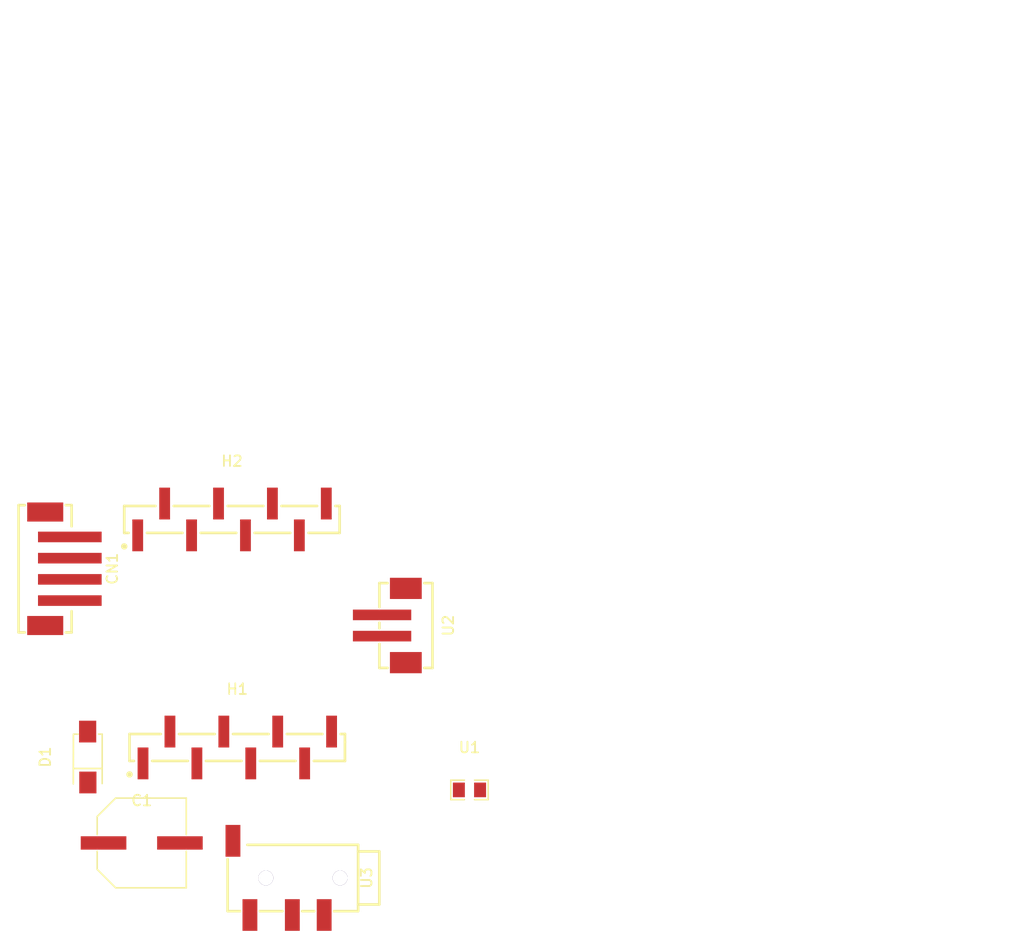
<source format=kicad_pcb>
(kicad_pcb (version 20241229) (generator "pcbnew") (generator_version "9.0")
  (layers (0 "F.Cu" signal) (2 "B.Cu" signal) (13 "F.Paste" user) (15 "B.Paste" user) (5 "F.SilkS" user "F.Silkscreen") (7 "B.SilkS" user "B.Silkscreen") (1 "F.Mask" user) (3 "B.Mask" user) (25 "Edge.Cuts" user))
  (net 0 "")
  (net 1 "footprint-_4-0")
  (net 2 "df_header_right-_5")
  (net 3 "footprint-_6")
  (net 4 "df_header_right-_4")
  (net 5 "df_header_right-_2")
  (net 6 "footprint-_3")
  (net 7 "footprint-_5")
  (net 8 "df_header_right-_3")
  (net 9 "df_header_right-_1")
  (net 10 "footprint-net-1")
  (net 11 "rx_to_dfplayer")
  (net 12 "df_header_left-_2-1")
  (net 13 "footprint-net-0")
  (net 14 "rx_from_connector")
  (net 15 "gnd")
  (net 16 "df_header_left-_1-1")
  (net 17 "v_in_5v")
  (net 18 "footprint-_4-1")
  (net 19 "df_header_left-_2-0")
  (net 20 "v_dfplayer")
  (net 21 "df_header_left-_3")
  (net 22 "_7")
  (net 23 "df_header_left-_1-0")
  (net 24 "df_header_right-_6")
  (net 25 "footprint-net-2")
  (footprint "hanxia_HX_PM2_54_1x8P_TP_H8_5_ZQ:HDR-SMD_8P-P2.54-V-F-LS4.7" (layer "F.Cu") (at 152.61 81 0)
    (property "Reference" "H2" (at 0 -5.5 0) (layer "F.SilkS") (hide no))
    (property "Value" "")
    (fp_line (start -10.16 -1.27) (end -7.22 -1.27) (stroke (width 0.25)) (layer "F.SilkS"))
    (fp_line (start -10.16 1.27) (end -10.16 -1.27) (stroke (width 0.25)) (layer "F.SilkS"))
    (fp_line (start -9.75 1.27) (end -10.16 1.27) (stroke (width 0.25)) (layer "F.SilkS"))
    (fp_line (start -5.49 -1.27) (end -2.13 -1.27) (stroke (width 0.25)) (layer "F.SilkS"))
    (fp_line (start -4.67 1.27) (end -8.02 1.27) (stroke (width 0.25)) (layer "F.SilkS"))
    (fp_line (start -0.4 -1.27) (end 2.95 -1.27) (stroke (width 0.25)) (layer "F.SilkS"))
    (fp_line (start 0.4 1.27) (end -2.95 1.27) (stroke (width 0.25)) (layer "F.SilkS"))
    (fp_line (start 4.67 -1.27) (end 8.02 -1.27) (stroke (width 0.25)) (layer "F.SilkS"))
    (fp_line (start 5.49 1.27) (end 2.13 1.27) (stroke (width 0.25)) (layer "F.SilkS"))
    (fp_line (start 7.22 1.27) (end 10.15 1.27) (stroke (width 0.25)) (layer "F.SilkS"))
    (fp_line (start 10.15 -1.27) (end 9.75 -1.27) (stroke (width 0.25)) (layer "F.SilkS"))
    (fp_line (start 10.15 -1.27) (end 10.15 -0.51) (stroke (width 0.25)) (layer "F.SilkS"))
    (fp_line (start 10.15 -0.51) (end 10.15 1.27) (stroke (width 0.25)) (layer "F.SilkS"))
    (fp_circle (center -10.16 2.54) (end -10.01 2.54) (stroke (width 0.3)) (fill no) (layer "F.SilkS"))
    (fp_text user "${REFERENCE}" (at 0 -5.5 0) (layer "F.SilkS"))
    (pad "1" smd rect (at -8.89 1.5 180) (size 1.02 3) (layers "F.Cu" "F.Mask" "F.Paste") (net 9 "df_header_right-_1"))
    (pad "2" smd rect (at -6.35 -1.5 180) (size 1.02 3) (layers "F.Cu" "F.Mask" "F.Paste") (net 5 "df_header_right-_2"))
    (pad "3" smd rect (at -3.81 1.5 180) (size 1.02 3) (layers "F.Cu" "F.Mask" "F.Paste") (net 8 "df_header_right-_3"))
    (pad "4" smd rect (at -1.27 -1.5 180) (size 1.02 3) (layers "F.Cu" "F.Mask" "F.Paste") (net 4 "df_header_right-_4"))
    (pad "5" smd rect (at 1.27 1.5 180) (size 1.02 3) (layers "F.Cu" "F.Mask" "F.Paste") (net 2 "df_header_right-_5"))
    (pad "6" smd rect (at 3.81 -1.5 180) (size 1.02 3) (layers "F.Cu" "F.Mask" "F.Paste") (net 24 "df_header_right-_6"))
    (pad "7" smd rect (at 6.35 1.5 180) (size 1.02 3) (layers "F.Cu" "F.Mask" "F.Paste") (net 22 "_7"))
    (pad "8" smd rect (at 8.89 -1.5 180) (size 1.02 3) (layers "F.Cu" "F.Mask" "F.Paste") (net 15 "gnd"))
  )
  (footprint "JST_Sales_America_B4B_PH_SM4_TB_LF__SN:CONN-SMD_B4B-PH-SM4-TB-LF-SN" (layer "F.Cu") (at 136.16 85.65 -90)
    (property "Reference" "CN1" (at 0 -5.16 90) (layer "F.SilkS") (hide no))
    (property "Value" "")
    (fp_line (start -6 3.67) (end -6 3.09) (stroke (width 0.25)) (layer "F.SilkS"))
    (fp_line (start 6 3.67) (end -6 3.67) (stroke (width 0.25)) (layer "F.SilkS"))
    (fp_line (start 6 3.09) (end 6 3.67) (stroke (width 0.25)) (layer "F.SilkS"))
    (fp_line (start -6 -1.33) (end -6 -0.77) (stroke (width 0.25)) (layer "F.SilkS"))
    (fp_line (start -6 -1.33) (end -4 -1.33) (stroke (width 0.25)) (layer "F.SilkS"))
    (fp_line (start 4 -1.33) (end 6 -1.33) (stroke (width 0.25)) (layer "F.SilkS"))
    (fp_line (start 6 -1.33) (end 6 -0.77) (stroke (width 0.25)) (layer "F.SilkS"))
    (fp_text user "${REFERENCE}" (at 0 -5.16 90) (layer "F.SilkS"))
    (pad "1" smd rect (at 3 -1.16 90) (size 1 6) (layers "F.Cu" "F.Mask" "F.Paste") (net 17 "v_in_5v"))
    (pad "2" smd rect (at 1 -1.16 90) (size 1 6) (layers "F.Cu" "F.Mask" "F.Paste") (net 15 "gnd"))
    (pad "3" smd rect (at -1 -1.16 90) (size 1 6) (layers "F.Cu" "F.Mask" "F.Paste") (net 14 "rx_from_connector"))
    (pad "4" smd rect (at -3 -1.16 90) (size 1 6) (layers "F.Cu" "F.Mask" "F.Paste") (net 21 "df_header_left-_3"))
    (pad "5" smd rect (at -5.35 1.16 270) (size 1.8 3.4) (layers "F.Cu" "F.Mask" "F.Paste") (net 7 "footprint-_5"))
    (pad "6" smd rect (at 5.35 1.16 270) (size 1.8 3.4) (layers "F.Cu" "F.Mask" "F.Paste") (net 3 "footprint-_6"))
  )
  (footprint "hongjiacheng_M1:SMA_L4.3-W2.6-LS5.0-RD" (layer "F.Cu") (at 139.01 103.4 90)
    (property "Reference" "D1" (at 0 -4.01 90) (layer "F.SilkS") (hide no))
    (property "Value" "")
    (fp_line (start -1.08 -1.36) (end -1.08 1.36) (stroke (width 0.15)) (layer "F.SilkS"))
    (fp_line (start -2.53 -1.36) (end 2.16 -1.35) (stroke (width 0.15)) (layer "F.SilkS"))
    (fp_line (start 2.16 -1.27) (end 2.16 -0.92) (stroke (width 0.15)) (layer "F.SilkS"))
    (fp_line (start 2.16 1.36) (end 2.16 1.01) (stroke (width 0.15)) (layer "F.SilkS"))
    (fp_line (start -2.5 1.36) (end 2.16 1.36) (stroke (width 0.15)) (layer "F.SilkS"))
    (fp_text user "${REFERENCE}" (at 0 -4.01 90) (layer "F.SilkS"))
    (pad "1" smd rect (at -2.4 0.01 90) (size 2.05 1.62) (layers "F.Cu" "F.Mask" "F.Paste") (net 20 "v_dfplayer"))
    (pad "2" smd rect (at 2.4 -0.01 270) (size 2.05 1.62) (layers "F.Cu" "F.Mask" "F.Paste") (net 17 "v_in_5v"))
  )
  (footprint "UNI_ROYAL_0805W8F1001T5E:R0805" (layer "F.Cu") (at 175 106.5 0)
    (property "Reference" "U1" (at 0 -4 0) (layer "F.SilkS") (hide no))
    (property "Value" "1kΩ ±1% 125mW")
    (fp_line (start -1.76 -0.92) (end -0.48 -0.92) (stroke (width 0.15)) (layer "F.SilkS"))
    (fp_line (start -1.76 0.92) (end -1.76 -0.92) (stroke (width 0.15)) (layer "F.SilkS"))
    (fp_line (start -0.48 0.92) (end -1.76 0.92) (stroke (width 0.15)) (layer "F.SilkS"))
    (fp_line (start 0.48 0.92) (end 1.76 0.92) (stroke (width 0.15)) (layer "F.SilkS"))
    (fp_line (start 1.76 -0.92) (end 0.48 -0.92) (stroke (width 0.15)) (layer "F.SilkS"))
    (fp_line (start 1.76 0.92) (end 1.76 -0.92) (stroke (width 0.15)) (layer "F.SilkS"))
    (fp_text user "${REFERENCE}" (at 0 -4 0) (layer "F.SilkS"))
    (pad "1" smd rect (at -1 0 0) (size 1.13 1.38) (layers "F.Cu" "F.Mask" "F.Paste") (net 13 "footprint-net-0"))
    (pad "2" smd rect (at 1 0 0) (size 1.13 1.38) (layers "F.Cu" "F.Mask" "F.Paste") (net 10 "footprint-net-1"))
  )
  (footprint "hanxia_HX_PM2_54_1x8P_TP_H8_5_ZQ:HDR-SMD_8P-P2.54-V-F-LS4.7" (layer "F.Cu") (at 153.11 102.5 0)
    (property "Reference" "H1" (at 0 -5.5 0) (layer "F.SilkS") (hide no))
    (property "Value" "")
    (fp_line (start -10.16 -1.27) (end -7.22 -1.27) (stroke (width 0.25)) (layer "F.SilkS"))
    (fp_line (start -10.16 1.27) (end -10.16 -1.27) (stroke (width 0.25)) (layer "F.SilkS"))
    (fp_line (start -9.75 1.27) (end -10.16 1.27) (stroke (width 0.25)) (layer "F.SilkS"))
    (fp_line (start -5.49 -1.27) (end -2.13 -1.27) (stroke (width 0.25)) (layer "F.SilkS"))
    (fp_line (start -4.67 1.27) (end -8.02 1.27) (stroke (width 0.25)) (layer "F.SilkS"))
    (fp_line (start -0.4 -1.27) (end 2.95 -1.27) (stroke (width 0.25)) (layer "F.SilkS"))
    (fp_line (start 0.4 1.27) (end -2.95 1.27) (stroke (width 0.25)) (layer "F.SilkS"))
    (fp_line (start 4.67 -1.27) (end 8.02 -1.27) (stroke (width 0.25)) (layer "F.SilkS"))
    (fp_line (start 5.49 1.27) (end 2.13 1.27) (stroke (width 0.25)) (layer "F.SilkS"))
    (fp_line (start 7.22 1.27) (end 10.15 1.27) (stroke (width 0.25)) (layer "F.SilkS"))
    (fp_line (start 10.15 -1.27) (end 9.75 -1.27) (stroke (width 0.25)) (layer "F.SilkS"))
    (fp_line (start 10.15 -1.27) (end 10.15 -0.51) (stroke (width 0.25)) (layer "F.SilkS"))
    (fp_line (start 10.15 -0.51) (end 10.15 1.27) (stroke (width 0.25)) (layer "F.SilkS"))
    (fp_circle (center -10.16 2.54) (end -10.01 2.54) (stroke (width 0.3)) (fill no) (layer "F.SilkS"))
    (fp_text user "${REFERENCE}" (at 0 -5.5 0) (layer "F.SilkS"))
    (pad "1" smd rect (at -8.89 1.5 180) (size 1.02 3) (layers "F.Cu" "F.Mask" "F.Paste") (net 20 "v_dfplayer"))
    (pad "2" smd rect (at -6.35 -1.5 180) (size 1.02 3) (layers "F.Cu" "F.Mask" "F.Paste") (net 11 "rx_to_dfplayer"))
    (pad "3" smd rect (at -3.81 1.5 180) (size 1.02 3) (layers "F.Cu" "F.Mask" "F.Paste") (net 21 "df_header_left-_3"))
    (pad "4" smd rect (at -1.27 -1.5 180) (size 1.02 3) (layers "F.Cu" "F.Mask" "F.Paste") (net 23 "df_header_left-_1-0"))
    (pad "5" smd rect (at 1.27 1.5 180) (size 1.02 3) (layers "F.Cu" "F.Mask" "F.Paste") (net 19 "df_header_left-_2-0"))
    (pad "6" smd rect (at 3.81 -1.5 180) (size 1.02 3) (layers "F.Cu" "F.Mask" "F.Paste") (net 16 "df_header_left-_1-1"))
    (pad "7" smd rect (at 6.35 1.5 180) (size 1.02 3) (layers "F.Cu" "F.Mask" "F.Paste") (net 12 "df_header_left-_2-1"))
    (pad "8" smd rect (at 8.89 -1.5 180) (size 1.02 3) (layers "F.Cu" "F.Mask" "F.Paste") (net 15 "gnd"))
  )
  (footprint "JST_Sales_America_B2B_PH_SM4_TBT_LF__SN:CONN-SMD_B2B-PH-SM4-TBT-LF-SN" (layer "F.Cu") (at 167.88 91 -90)
    (property "Reference" "U2" (at 0 -5.12 90) (layer "F.SilkS") (hide no))
    (property "Value" "")
    (fp_line (start -4 1.37) (end -1.73 1.37) (stroke (width 0.25)) (layer "F.SilkS"))
    (fp_line (start -0.27 1.37) (end 0.27 1.37) (stroke (width 0.25)) (layer "F.SilkS"))
    (fp_line (start 1.73 1.37) (end 4 1.37) (stroke (width 0.25)) (layer "F.SilkS"))
    (fp_line (start 4 1.37) (end 4 0.6) (stroke (width 0.25)) (layer "F.SilkS"))
    (fp_line (start -4 0.6) (end -4 1.37) (stroke (width 0.25)) (layer "F.SilkS"))
    (fp_line (start 4 -2.86) (end 4 -3.63) (stroke (width 0.25)) (layer "F.SilkS"))
    (fp_line (start -4 -3.63) (end -4 -2.86) (stroke (width 0.25)) (layer "F.SilkS"))
    (fp_line (start -4 -3.63) (end 4 -3.63) (stroke (width 0.25)) (layer "F.SilkS"))
    (fp_text user "${REFERENCE}" (at 0 -5.12 90) (layer "F.SilkS"))
    (pad "1" smd rect (at -1 1.12 270) (size 1 5.5) (layers "F.Cu" "F.Mask" "F.Paste") (net 16 "df_header_left-_1-1"))
    (pad "2" smd rect (at 1 1.12 270) (size 1 5.5) (layers "F.Cu" "F.Mask" "F.Paste") (net 12 "df_header_left-_2-1"))
    (pad "3" smd rect (at 3.5 -1.12 270) (size 2 3) (layers "F.Cu" "F.Mask" "F.Paste") (net 6 "footprint-_3"))
    (pad "4" smd rect (at -3.5 -1.12 270) (size 2 3) (layers "F.Cu" "F.Mask" "F.Paste") (net 1 "footprint-_4-0"))
  )
  (footprint "PANASONIC_EEEFK1A471AP:CAP-SMD_BD8.0-L8.3-W8.3-LS9.9-FD" (layer "F.Cu") (at 144.1 111.5 0)
    (property "Reference" "C1" (at 0 -4 0) (layer "F.SilkS") (hide no))
    (property "Value" "")
    (fp_line (start -4.2 -2.49) (end -4.2 -0.78) (stroke (width 0.15)) (layer "F.SilkS"))
    (fp_line (start -4.2 2.49) (end -4.2 0.78) (stroke (width 0.15)) (layer "F.SilkS"))
    (fp_line (start -2.46 -4.23) (end -4.2 -2.49) (stroke (width 0.15)) (layer "F.SilkS"))
    (fp_line (start -2.46 4.23) (end -4.2 2.49) (stroke (width 0.15)) (layer "F.SilkS"))
    (fp_line (start 4.2 -4.23) (end -2.46 -4.23) (stroke (width 0.15)) (layer "F.SilkS"))
    (fp_line (start 4.2 -0.78) (end 4.2 -4.23) (stroke (width 0.15)) (layer "F.SilkS"))
    (fp_line (start 4.2 0.78) (end 4.2 4.23) (stroke (width 0.15)) (layer "F.SilkS"))
    (fp_line (start 4.2 4.23) (end -2.46 4.23) (stroke (width 0.15)) (layer "F.SilkS"))
    (fp_text user "${REFERENCE}" (at 0 -4 0) (layer "F.SilkS"))
    (pad "1" smd rect (at -3.6 0 0) (size 4.3 1.26) (layers "F.Cu" "F.Mask" "F.Paste") (net 20 "v_dfplayer"))
    (pad "2" smd rect (at 3.6 0 0) (size 4.3 1.26) (layers "F.Cu" "F.Mask" "F.Paste") (net 15 "gnd"))
  )
  (footprint "HanElectricity_PJ_320D:AUDIO-SMD_HANELECTRICITY_PJ-320D" (layer "F.Cu") (at 157 114.8 -90)
    (property "Reference" "U3" (at 0 -8.3 90) (layer "F.SilkS") (hide no))
    (property "Value" "")
    (fp_line (start 3.13 4.8) (end -1.77 4.8) (stroke (width 0.25)) (layer "F.SilkS"))
    (fp_line (start 3.13 3.63) (end 3.13 4.8) (stroke (width 0.25)) (layer "F.SilkS"))
    (fp_line (start 3.13 -0.37) (end 3.13 1.77) (stroke (width 0.25)) (layer "F.SilkS"))
    (fp_line (start 3.13 -3.37) (end 3.13 -2.23) (stroke (width 0.25)) (layer "F.SilkS"))
    (fp_line (start 3.13 -7.49) (end 3.13 -5.23) (stroke (width 0.25)) (layer "F.SilkS"))
    (fp_line (start -3.12 -7.5) (end -3.12 2.94) (stroke (width 0.25)) (layer "F.SilkS"))
    (fp_line (start 2.5 -7.5) (end 2.5 -9.5) (stroke (width 0.25)) (layer "F.SilkS"))
    (fp_line (start 3.13 -7.5) (end -3.12 -7.5) (stroke (width 0.25)) (layer "F.SilkS"))
    (fp_line (start -2.5 -9.5) (end -2.5 -7.5) (stroke (width 0.25)) (layer "F.SilkS"))
    (fp_line (start -2.5 -9.5) (end 2.5 -9.5) (stroke (width 0.25)) (layer "F.SilkS"))
    (fp_text user "${REFERENCE}" (at 0 -8.3 90) (layer "F.SilkS"))
    (pad "" thru_hole circle (at 0 -5.8 270) (size 1.4 1.4) (drill 1.4) (layers "*.Cu" "*.Mask") (net 25 "footprint-net-2"))
    (pad "" thru_hole circle (at 0 1.2 270) (size 1.4 1.4) (drill 1.4) (layers "*.Cu" "*.Mask") (net 25 "footprint-net-2"))
    (pad "1" smd rect (at -3.5 4.3 270) (size 3 1.4) (layers "F.Cu" "F.Mask" "F.Paste") (net 23 "df_header_left-_1-0"))
    (pad "2" smd rect (at 3.5 -4.3 270) (size 3 1.4) (layers "F.Cu" "F.Mask" "F.Paste") (net 19 "df_header_left-_2-0"))
    (pad "3" smd rect (at 3.5 -1.3 270) (size 3 1.4) (layers "F.Cu" "F.Mask" "F.Paste") (net 15 "gnd"))
    (pad "4" smd rect (at 3.5 2.7 270) (size 3 1.4) (layers "F.Cu" "F.Mask" "F.Paste") (net 18 "footprint-_4-1"))
  )
)
</source>
